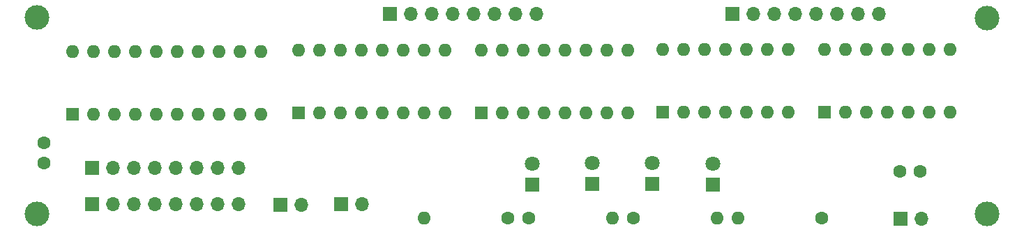
<source format=gbr>
%TF.GenerationSoftware,KiCad,Pcbnew,(5.1.9-0-10_14)*%
%TF.CreationDate,2021-04-29T01:47:43-04:00*%
%TF.ProjectId,ALU,414c552e-6b69-4636-9164-5f7063625858,rev?*%
%TF.SameCoordinates,Original*%
%TF.FileFunction,Soldermask,Bot*%
%TF.FilePolarity,Negative*%
%FSLAX46Y46*%
G04 Gerber Fmt 4.6, Leading zero omitted, Abs format (unit mm)*
G04 Created by KiCad (PCBNEW (5.1.9-0-10_14)) date 2021-04-29 01:47:43*
%MOMM*%
%LPD*%
G01*
G04 APERTURE LIST*
%ADD10C,1.600000*%
%ADD11C,3.000000*%
%ADD12O,1.700000X1.700000*%
%ADD13R,1.700000X1.700000*%
%ADD14O,1.600000X1.600000*%
%ADD15R,1.600000X1.600000*%
%ADD16C,1.800000*%
%ADD17R,1.800000X1.800000*%
G04 APERTURE END LIST*
D10*
%TO.C,C4*%
X19415760Y-52680240D03*
X19415760Y-50180240D03*
%TD*%
D11*
%TO.C,REF\u002A\u002A*%
X133918960Y-35001200D03*
%TD*%
%TO.C,REF\u002A\u002A*%
X133939280Y-58856880D03*
%TD*%
%TO.C,REF\u002A\u002A*%
X18582640Y-58826400D03*
%TD*%
%TO.C,REF\u002A\u002A*%
X18582640Y-34955480D03*
%TD*%
D12*
%TO.C,J6*%
X43053000Y-57683400D03*
X40513000Y-57683400D03*
X37973000Y-57683400D03*
X35433000Y-57683400D03*
X32893000Y-57683400D03*
X30353000Y-57683400D03*
X27813000Y-57683400D03*
D13*
X25273000Y-57683400D03*
%TD*%
D12*
%TO.C,J4*%
X43042840Y-53233320D03*
X40502840Y-53233320D03*
X37962840Y-53233320D03*
X35422840Y-53233320D03*
X32882840Y-53233320D03*
X30342840Y-53233320D03*
X27802840Y-53233320D03*
D13*
X25262840Y-53233320D03*
%TD*%
D14*
%TO.C,U15*%
X94523560Y-38862000D03*
X109763560Y-46482000D03*
X97063560Y-38862000D03*
X107223560Y-46482000D03*
X99603560Y-38862000D03*
X104683560Y-46482000D03*
X102143560Y-38862000D03*
X102143560Y-46482000D03*
X104683560Y-38862000D03*
X99603560Y-46482000D03*
X107223560Y-38862000D03*
X97063560Y-46482000D03*
X109763560Y-38862000D03*
D15*
X94523560Y-46482000D03*
%TD*%
D14*
%TO.C,U14*%
X114173000Y-38851840D03*
X129413000Y-46471840D03*
X116713000Y-38851840D03*
X126873000Y-46471840D03*
X119253000Y-38851840D03*
X124333000Y-46471840D03*
X121793000Y-38851840D03*
X121793000Y-46471840D03*
X124333000Y-38851840D03*
X119253000Y-46471840D03*
X126873000Y-38851840D03*
X116713000Y-46471840D03*
X129413000Y-38851840D03*
D15*
X114173000Y-46471840D03*
%TD*%
D14*
%TO.C,U13*%
X50370740Y-38958520D03*
X68150740Y-46578520D03*
X52910740Y-38958520D03*
X65610740Y-46578520D03*
X55450740Y-38958520D03*
X63070740Y-46578520D03*
X57990740Y-38958520D03*
X60530740Y-46578520D03*
X60530740Y-38958520D03*
X57990740Y-46578520D03*
X63070740Y-38958520D03*
X55450740Y-46578520D03*
X65610740Y-38958520D03*
X52910740Y-46578520D03*
X68150740Y-38958520D03*
D15*
X50370740Y-46578520D03*
%TD*%
D14*
%TO.C,U12*%
X72527160Y-38958520D03*
X90307160Y-46578520D03*
X75067160Y-38958520D03*
X87767160Y-46578520D03*
X77607160Y-38958520D03*
X85227160Y-46578520D03*
X80147160Y-38958520D03*
X82687160Y-46578520D03*
X82687160Y-38958520D03*
X80147160Y-46578520D03*
X85227160Y-38958520D03*
X77607160Y-46578520D03*
X87767160Y-38958520D03*
X75067160Y-46578520D03*
X90307160Y-38958520D03*
D15*
X72527160Y-46578520D03*
%TD*%
D14*
%TO.C,U11*%
X22961600Y-39126160D03*
X45821600Y-46746160D03*
X25501600Y-39126160D03*
X43281600Y-46746160D03*
X28041600Y-39126160D03*
X40741600Y-46746160D03*
X30581600Y-39126160D03*
X38201600Y-46746160D03*
X33121600Y-39126160D03*
X35661600Y-46746160D03*
X35661600Y-39126160D03*
X33121600Y-46746160D03*
X38201600Y-39126160D03*
X30581600Y-46746160D03*
X40741600Y-39126160D03*
X28041600Y-46746160D03*
X43281600Y-39126160D03*
X25501600Y-46746160D03*
X45821600Y-39126160D03*
D15*
X22961600Y-46746160D03*
%TD*%
D14*
%TO.C,R4*%
X101147880Y-59319160D03*
D10*
X90987880Y-59319160D03*
%TD*%
D14*
%TO.C,R3*%
X88473280Y-59375040D03*
D10*
X78313280Y-59375040D03*
%TD*%
D14*
%TO.C,R2*%
X103672640Y-59339480D03*
D10*
X113832640Y-59339480D03*
%TD*%
D14*
%TO.C,R1*%
X65577720Y-59375040D03*
D10*
X75737720Y-59375040D03*
%TD*%
D12*
%TO.C,J8*%
X50693320Y-57729120D03*
D13*
X48153320Y-57729120D03*
%TD*%
D12*
%TO.C,J5*%
X58105040Y-57678320D03*
D13*
X55565040Y-57678320D03*
%TD*%
D12*
%TO.C,J3*%
X120771920Y-34493200D03*
X118231920Y-34493200D03*
X115691920Y-34493200D03*
X113151920Y-34493200D03*
X110611920Y-34493200D03*
X108071920Y-34493200D03*
X105531920Y-34493200D03*
D13*
X102991920Y-34493200D03*
%TD*%
D12*
%TO.C,J2*%
X79227680Y-34498280D03*
X76687680Y-34498280D03*
X74147680Y-34498280D03*
X71607680Y-34498280D03*
X69067680Y-34498280D03*
X66527680Y-34498280D03*
X63987680Y-34498280D03*
D13*
X61447680Y-34498280D03*
%TD*%
D12*
%TO.C,J1*%
X125928120Y-59385200D03*
D13*
X123388120Y-59385200D03*
%TD*%
D16*
%TO.C,D28*%
X93309440Y-52679600D03*
D17*
X93309440Y-55219600D03*
%TD*%
D16*
%TO.C,D27*%
X86014560Y-52679600D03*
D17*
X86014560Y-55219600D03*
%TD*%
D16*
%TO.C,D26*%
X100655120Y-52715160D03*
D17*
X100655120Y-55255160D03*
%TD*%
D16*
%TO.C,D25*%
X78729840Y-52699920D03*
D17*
X78729840Y-55239920D03*
%TD*%
D10*
%TO.C,C5*%
X123331600Y-53700680D03*
X125831600Y-53700680D03*
%TD*%
M02*

</source>
